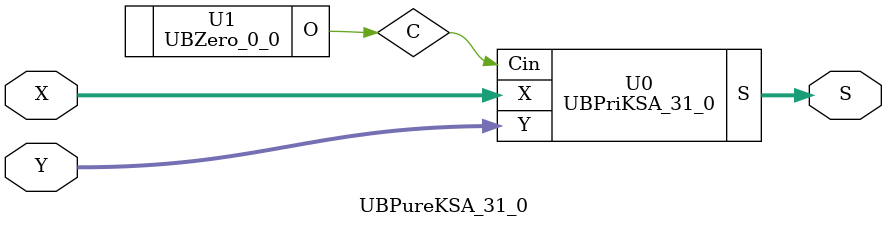
<source format=v>
/*----------------------------------------------------------------------------
  Copyright (c) 2021 Homma laboratory. All rights reserved.

  Top module: UBKSA_31_0_24_0

  Operand-1 length: 32
  Operand-2 length: 25
  Two-operand addition algorithm: Kogge-Stone adder
----------------------------------------------------------------------------*/

module UB1DCON_0(O, I);
  output O;
  input I;
  assign O = I;
endmodule

module UB1DCON_1(O, I);
  output O;
  input I;
  assign O = I;
endmodule

module UB1DCON_2(O, I);
  output O;
  input I;
  assign O = I;
endmodule

module UB1DCON_3(O, I);
  output O;
  input I;
  assign O = I;
endmodule

module UB1DCON_4(O, I);
  output O;
  input I;
  assign O = I;
endmodule

module UB1DCON_5(O, I);
  output O;
  input I;
  assign O = I;
endmodule

module UB1DCON_6(O, I);
  output O;
  input I;
  assign O = I;
endmodule

module UB1DCON_7(O, I);
  output O;
  input I;
  assign O = I;
endmodule

module UB1DCON_8(O, I);
  output O;
  input I;
  assign O = I;
endmodule

module UB1DCON_9(O, I);
  output O;
  input I;
  assign O = I;
endmodule

module UB1DCON_10(O, I);
  output O;
  input I;
  assign O = I;
endmodule

module UB1DCON_11(O, I);
  output O;
  input I;
  assign O = I;
endmodule

module UB1DCON_12(O, I);
  output O;
  input I;
  assign O = I;
endmodule

module UB1DCON_13(O, I);
  output O;
  input I;
  assign O = I;
endmodule

module UB1DCON_14(O, I);
  output O;
  input I;
  assign O = I;
endmodule

module UB1DCON_15(O, I);
  output O;
  input I;
  assign O = I;
endmodule

module UB1DCON_16(O, I);
  output O;
  input I;
  assign O = I;
endmodule

module UB1DCON_17(O, I);
  output O;
  input I;
  assign O = I;
endmodule

module UB1DCON_18(O, I);
  output O;
  input I;
  assign O = I;
endmodule

module UB1DCON_19(O, I);
  output O;
  input I;
  assign O = I;
endmodule

module UB1DCON_20(O, I);
  output O;
  input I;
  assign O = I;
endmodule

module UB1DCON_21(O, I);
  output O;
  input I;
  assign O = I;
endmodule

module UB1DCON_22(O, I);
  output O;
  input I;
  assign O = I;
endmodule

module UB1DCON_23(O, I);
  output O;
  input I;
  assign O = I;
endmodule

module UB1DCON_24(O, I);
  output O;
  input I;
  assign O = I;
endmodule

module UBZero_31_25(O);
  output [31:25] O;
  assign O[25] = 0;
  assign O[26] = 0;
  assign O[27] = 0;
  assign O[28] = 0;
  assign O[29] = 0;
  assign O[30] = 0;
  assign O[31] = 0;
endmodule

module GPGenerator(Go, Po, A, B);
  output Go;
  output Po;
  input A;
  input B;
  assign Go = A & B;
  assign Po = A ^ B;
endmodule

module CarryOperator(Go, Po, Gi1, Pi1, Gi2, Pi2);
  output Go;
  output Po;
  input Gi1;
  input Gi2;
  input Pi1;
  input Pi2;
  assign Go = Gi1 | ( Gi2 & Pi1 );
  assign Po = Pi1 & Pi2;
endmodule

module UBPriKSA_31_0(S, X, Y, Cin);
  output [32:0] S;
  input Cin;
  input [31:0] X;
  input [31:0] Y;
  wire [31:0] G0;
  wire [31:0] G1;
  wire [31:0] G2;
  wire [31:0] G3;
  wire [31:0] G4;
  wire [31:0] G5;
  wire [31:0] P0;
  wire [31:0] P1;
  wire [31:0] P2;
  wire [31:0] P3;
  wire [31:0] P4;
  wire [31:0] P5;
  assign P1[0] = P0[0];
  assign G1[0] = G0[0];
  assign P2[0] = P1[0];
  assign G2[0] = G1[0];
  assign P2[1] = P1[1];
  assign G2[1] = G1[1];
  assign P3[0] = P2[0];
  assign G3[0] = G2[0];
  assign P3[1] = P2[1];
  assign G3[1] = G2[1];
  assign P3[2] = P2[2];
  assign G3[2] = G2[2];
  assign P3[3] = P2[3];
  assign G3[3] = G2[3];
  assign P4[0] = P3[0];
  assign G4[0] = G3[0];
  assign P4[1] = P3[1];
  assign G4[1] = G3[1];
  assign P4[2] = P3[2];
  assign G4[2] = G3[2];
  assign P4[3] = P3[3];
  assign G4[3] = G3[3];
  assign P4[4] = P3[4];
  assign G4[4] = G3[4];
  assign P4[5] = P3[5];
  assign G4[5] = G3[5];
  assign P4[6] = P3[6];
  assign G4[6] = G3[6];
  assign P4[7] = P3[7];
  assign G4[7] = G3[7];
  assign P5[0] = P4[0];
  assign G5[0] = G4[0];
  assign P5[1] = P4[1];
  assign G5[1] = G4[1];
  assign P5[2] = P4[2];
  assign G5[2] = G4[2];
  assign P5[3] = P4[3];
  assign G5[3] = G4[3];
  assign P5[4] = P4[4];
  assign G5[4] = G4[4];
  assign P5[5] = P4[5];
  assign G5[5] = G4[5];
  assign P5[6] = P4[6];
  assign G5[6] = G4[6];
  assign P5[7] = P4[7];
  assign G5[7] = G4[7];
  assign P5[8] = P4[8];
  assign G5[8] = G4[8];
  assign P5[9] = P4[9];
  assign G5[9] = G4[9];
  assign P5[10] = P4[10];
  assign G5[10] = G4[10];
  assign P5[11] = P4[11];
  assign G5[11] = G4[11];
  assign P5[12] = P4[12];
  assign G5[12] = G4[12];
  assign P5[13] = P4[13];
  assign G5[13] = G4[13];
  assign P5[14] = P4[14];
  assign G5[14] = G4[14];
  assign P5[15] = P4[15];
  assign G5[15] = G4[15];
  assign S[0] = Cin ^ P0[0];
  assign S[1] = ( G5[0] | ( P5[0] & Cin ) ) ^ P0[1];
  assign S[2] = ( G5[1] | ( P5[1] & Cin ) ) ^ P0[2];
  assign S[3] = ( G5[2] | ( P5[2] & Cin ) ) ^ P0[3];
  assign S[4] = ( G5[3] | ( P5[3] & Cin ) ) ^ P0[4];
  assign S[5] = ( G5[4] | ( P5[4] & Cin ) ) ^ P0[5];
  assign S[6] = ( G5[5] | ( P5[5] & Cin ) ) ^ P0[6];
  assign S[7] = ( G5[6] | ( P5[6] & Cin ) ) ^ P0[7];
  assign S[8] = ( G5[7] | ( P5[7] & Cin ) ) ^ P0[8];
  assign S[9] = ( G5[8] | ( P5[8] & Cin ) ) ^ P0[9];
  assign S[10] = ( G5[9] | ( P5[9] & Cin ) ) ^ P0[10];
  assign S[11] = ( G5[10] | ( P5[10] & Cin ) ) ^ P0[11];
  assign S[12] = ( G5[11] | ( P5[11] & Cin ) ) ^ P0[12];
  assign S[13] = ( G5[12] | ( P5[12] & Cin ) ) ^ P0[13];
  assign S[14] = ( G5[13] | ( P5[13] & Cin ) ) ^ P0[14];
  assign S[15] = ( G5[14] | ( P5[14] & Cin ) ) ^ P0[15];
  assign S[16] = ( G5[15] | ( P5[15] & Cin ) ) ^ P0[16];
  assign S[17] = ( G5[16] | ( P5[16] & Cin ) ) ^ P0[17];
  assign S[18] = ( G5[17] | ( P5[17] & Cin ) ) ^ P0[18];
  assign S[19] = ( G5[18] | ( P5[18] & Cin ) ) ^ P0[19];
  assign S[20] = ( G5[19] | ( P5[19] & Cin ) ) ^ P0[20];
  assign S[21] = ( G5[20] | ( P5[20] & Cin ) ) ^ P0[21];
  assign S[22] = ( G5[21] | ( P5[21] & Cin ) ) ^ P0[22];
  assign S[23] = ( G5[22] | ( P5[22] & Cin ) ) ^ P0[23];
  assign S[24] = ( G5[23] | ( P5[23] & Cin ) ) ^ P0[24];
  assign S[25] = ( G5[24] | ( P5[24] & Cin ) ) ^ P0[25];
  assign S[26] = ( G5[25] | ( P5[25] & Cin ) ) ^ P0[26];
  assign S[27] = ( G5[26] | ( P5[26] & Cin ) ) ^ P0[27];
  assign S[28] = ( G5[27] | ( P5[27] & Cin ) ) ^ P0[28];
  assign S[29] = ( G5[28] | ( P5[28] & Cin ) ) ^ P0[29];
  assign S[30] = ( G5[29] | ( P5[29] & Cin ) ) ^ P0[30];
  assign S[31] = ( G5[30] | ( P5[30] & Cin ) ) ^ P0[31];
  assign S[32] = G5[31] | ( P5[31] & Cin );
  GPGenerator U0 (G0[0], P0[0], X[0], Y[0]);
  GPGenerator U1 (G0[1], P0[1], X[1], Y[1]);
  GPGenerator U2 (G0[2], P0[2], X[2], Y[2]);
  GPGenerator U3 (G0[3], P0[3], X[3], Y[3]);
  GPGenerator U4 (G0[4], P0[4], X[4], Y[4]);
  GPGenerator U5 (G0[5], P0[5], X[5], Y[5]);
  GPGenerator U6 (G0[6], P0[6], X[6], Y[6]);
  GPGenerator U7 (G0[7], P0[7], X[7], Y[7]);
  GPGenerator U8 (G0[8], P0[8], X[8], Y[8]);
  GPGenerator U9 (G0[9], P0[9], X[9], Y[9]);
  GPGenerator U10 (G0[10], P0[10], X[10], Y[10]);
  GPGenerator U11 (G0[11], P0[11], X[11], Y[11]);
  GPGenerator U12 (G0[12], P0[12], X[12], Y[12]);
  GPGenerator U13 (G0[13], P0[13], X[13], Y[13]);
  GPGenerator U14 (G0[14], P0[14], X[14], Y[14]);
  GPGenerator U15 (G0[15], P0[15], X[15], Y[15]);
  GPGenerator U16 (G0[16], P0[16], X[16], Y[16]);
  GPGenerator U17 (G0[17], P0[17], X[17], Y[17]);
  GPGenerator U18 (G0[18], P0[18], X[18], Y[18]);
  GPGenerator U19 (G0[19], P0[19], X[19], Y[19]);
  GPGenerator U20 (G0[20], P0[20], X[20], Y[20]);
  GPGenerator U21 (G0[21], P0[21], X[21], Y[21]);
  GPGenerator U22 (G0[22], P0[22], X[22], Y[22]);
  GPGenerator U23 (G0[23], P0[23], X[23], Y[23]);
  GPGenerator U24 (G0[24], P0[24], X[24], Y[24]);
  GPGenerator U25 (G0[25], P0[25], X[25], Y[25]);
  GPGenerator U26 (G0[26], P0[26], X[26], Y[26]);
  GPGenerator U27 (G0[27], P0[27], X[27], Y[27]);
  GPGenerator U28 (G0[28], P0[28], X[28], Y[28]);
  GPGenerator U29 (G0[29], P0[29], X[29], Y[29]);
  GPGenerator U30 (G0[30], P0[30], X[30], Y[30]);
  GPGenerator U31 (G0[31], P0[31], X[31], Y[31]);
  CarryOperator U32 (G1[1], P1[1], G0[1], P0[1], G0[0], P0[0]);
  CarryOperator U33 (G1[2], P1[2], G0[2], P0[2], G0[1], P0[1]);
  CarryOperator U34 (G1[3], P1[3], G0[3], P0[3], G0[2], P0[2]);
  CarryOperator U35 (G1[4], P1[4], G0[4], P0[4], G0[3], P0[3]);
  CarryOperator U36 (G1[5], P1[5], G0[5], P0[5], G0[4], P0[4]);
  CarryOperator U37 (G1[6], P1[6], G0[6], P0[6], G0[5], P0[5]);
  CarryOperator U38 (G1[7], P1[7], G0[7], P0[7], G0[6], P0[6]);
  CarryOperator U39 (G1[8], P1[8], G0[8], P0[8], G0[7], P0[7]);
  CarryOperator U40 (G1[9], P1[9], G0[9], P0[9], G0[8], P0[8]);
  CarryOperator U41 (G1[10], P1[10], G0[10], P0[10], G0[9], P0[9]);
  CarryOperator U42 (G1[11], P1[11], G0[11], P0[11], G0[10], P0[10]);
  CarryOperator U43 (G1[12], P1[12], G0[12], P0[12], G0[11], P0[11]);
  CarryOperator U44 (G1[13], P1[13], G0[13], P0[13], G0[12], P0[12]);
  CarryOperator U45 (G1[14], P1[14], G0[14], P0[14], G0[13], P0[13]);
  CarryOperator U46 (G1[15], P1[15], G0[15], P0[15], G0[14], P0[14]);
  CarryOperator U47 (G1[16], P1[16], G0[16], P0[16], G0[15], P0[15]);
  CarryOperator U48 (G1[17], P1[17], G0[17], P0[17], G0[16], P0[16]);
  CarryOperator U49 (G1[18], P1[18], G0[18], P0[18], G0[17], P0[17]);
  CarryOperator U50 (G1[19], P1[19], G0[19], P0[19], G0[18], P0[18]);
  CarryOperator U51 (G1[20], P1[20], G0[20], P0[20], G0[19], P0[19]);
  CarryOperator U52 (G1[21], P1[21], G0[21], P0[21], G0[20], P0[20]);
  CarryOperator U53 (G1[22], P1[22], G0[22], P0[22], G0[21], P0[21]);
  CarryOperator U54 (G1[23], P1[23], G0[23], P0[23], G0[22], P0[22]);
  CarryOperator U55 (G1[24], P1[24], G0[24], P0[24], G0[23], P0[23]);
  CarryOperator U56 (G1[25], P1[25], G0[25], P0[25], G0[24], P0[24]);
  CarryOperator U57 (G1[26], P1[26], G0[26], P0[26], G0[25], P0[25]);
  CarryOperator U58 (G1[27], P1[27], G0[27], P0[27], G0[26], P0[26]);
  CarryOperator U59 (G1[28], P1[28], G0[28], P0[28], G0[27], P0[27]);
  CarryOperator U60 (G1[29], P1[29], G0[29], P0[29], G0[28], P0[28]);
  CarryOperator U61 (G1[30], P1[30], G0[30], P0[30], G0[29], P0[29]);
  CarryOperator U62 (G1[31], P1[31], G0[31], P0[31], G0[30], P0[30]);
  CarryOperator U63 (G2[2], P2[2], G1[2], P1[2], G1[0], P1[0]);
  CarryOperator U64 (G2[3], P2[3], G1[3], P1[3], G1[1], P1[1]);
  CarryOperator U65 (G2[4], P2[4], G1[4], P1[4], G1[2], P1[2]);
  CarryOperator U66 (G2[5], P2[5], G1[5], P1[5], G1[3], P1[3]);
  CarryOperator U67 (G2[6], P2[6], G1[6], P1[6], G1[4], P1[4]);
  CarryOperator U68 (G2[7], P2[7], G1[7], P1[7], G1[5], P1[5]);
  CarryOperator U69 (G2[8], P2[8], G1[8], P1[8], G1[6], P1[6]);
  CarryOperator U70 (G2[9], P2[9], G1[9], P1[9], G1[7], P1[7]);
  CarryOperator U71 (G2[10], P2[10], G1[10], P1[10], G1[8], P1[8]);
  CarryOperator U72 (G2[11], P2[11], G1[11], P1[11], G1[9], P1[9]);
  CarryOperator U73 (G2[12], P2[12], G1[12], P1[12], G1[10], P1[10]);
  CarryOperator U74 (G2[13], P2[13], G1[13], P1[13], G1[11], P1[11]);
  CarryOperator U75 (G2[14], P2[14], G1[14], P1[14], G1[12], P1[12]);
  CarryOperator U76 (G2[15], P2[15], G1[15], P1[15], G1[13], P1[13]);
  CarryOperator U77 (G2[16], P2[16], G1[16], P1[16], G1[14], P1[14]);
  CarryOperator U78 (G2[17], P2[17], G1[17], P1[17], G1[15], P1[15]);
  CarryOperator U79 (G2[18], P2[18], G1[18], P1[18], G1[16], P1[16]);
  CarryOperator U80 (G2[19], P2[19], G1[19], P1[19], G1[17], P1[17]);
  CarryOperator U81 (G2[20], P2[20], G1[20], P1[20], G1[18], P1[18]);
  CarryOperator U82 (G2[21], P2[21], G1[21], P1[21], G1[19], P1[19]);
  CarryOperator U83 (G2[22], P2[22], G1[22], P1[22], G1[20], P1[20]);
  CarryOperator U84 (G2[23], P2[23], G1[23], P1[23], G1[21], P1[21]);
  CarryOperator U85 (G2[24], P2[24], G1[24], P1[24], G1[22], P1[22]);
  CarryOperator U86 (G2[25], P2[25], G1[25], P1[25], G1[23], P1[23]);
  CarryOperator U87 (G2[26], P2[26], G1[26], P1[26], G1[24], P1[24]);
  CarryOperator U88 (G2[27], P2[27], G1[27], P1[27], G1[25], P1[25]);
  CarryOperator U89 (G2[28], P2[28], G1[28], P1[28], G1[26], P1[26]);
  CarryOperator U90 (G2[29], P2[29], G1[29], P1[29], G1[27], P1[27]);
  CarryOperator U91 (G2[30], P2[30], G1[30], P1[30], G1[28], P1[28]);
  CarryOperator U92 (G2[31], P2[31], G1[31], P1[31], G1[29], P1[29]);
  CarryOperator U93 (G3[4], P3[4], G2[4], P2[4], G2[0], P2[0]);
  CarryOperator U94 (G3[5], P3[5], G2[5], P2[5], G2[1], P2[1]);
  CarryOperator U95 (G3[6], P3[6], G2[6], P2[6], G2[2], P2[2]);
  CarryOperator U96 (G3[7], P3[7], G2[7], P2[7], G2[3], P2[3]);
  CarryOperator U97 (G3[8], P3[8], G2[8], P2[8], G2[4], P2[4]);
  CarryOperator U98 (G3[9], P3[9], G2[9], P2[9], G2[5], P2[5]);
  CarryOperator U99 (G3[10], P3[10], G2[10], P2[10], G2[6], P2[6]);
  CarryOperator U100 (G3[11], P3[11], G2[11], P2[11], G2[7], P2[7]);
  CarryOperator U101 (G3[12], P3[12], G2[12], P2[12], G2[8], P2[8]);
  CarryOperator U102 (G3[13], P3[13], G2[13], P2[13], G2[9], P2[9]);
  CarryOperator U103 (G3[14], P3[14], G2[14], P2[14], G2[10], P2[10]);
  CarryOperator U104 (G3[15], P3[15], G2[15], P2[15], G2[11], P2[11]);
  CarryOperator U105 (G3[16], P3[16], G2[16], P2[16], G2[12], P2[12]);
  CarryOperator U106 (G3[17], P3[17], G2[17], P2[17], G2[13], P2[13]);
  CarryOperator U107 (G3[18], P3[18], G2[18], P2[18], G2[14], P2[14]);
  CarryOperator U108 (G3[19], P3[19], G2[19], P2[19], G2[15], P2[15]);
  CarryOperator U109 (G3[20], P3[20], G2[20], P2[20], G2[16], P2[16]);
  CarryOperator U110 (G3[21], P3[21], G2[21], P2[21], G2[17], P2[17]);
  CarryOperator U111 (G3[22], P3[22], G2[22], P2[22], G2[18], P2[18]);
  CarryOperator U112 (G3[23], P3[23], G2[23], P2[23], G2[19], P2[19]);
  CarryOperator U113 (G3[24], P3[24], G2[24], P2[24], G2[20], P2[20]);
  CarryOperator U114 (G3[25], P3[25], G2[25], P2[25], G2[21], P2[21]);
  CarryOperator U115 (G3[26], P3[26], G2[26], P2[26], G2[22], P2[22]);
  CarryOperator U116 (G3[27], P3[27], G2[27], P2[27], G2[23], P2[23]);
  CarryOperator U117 (G3[28], P3[28], G2[28], P2[28], G2[24], P2[24]);
  CarryOperator U118 (G3[29], P3[29], G2[29], P2[29], G2[25], P2[25]);
  CarryOperator U119 (G3[30], P3[30], G2[30], P2[30], G2[26], P2[26]);
  CarryOperator U120 (G3[31], P3[31], G2[31], P2[31], G2[27], P2[27]);
  CarryOperator U121 (G4[8], P4[8], G3[8], P3[8], G3[0], P3[0]);
  CarryOperator U122 (G4[9], P4[9], G3[9], P3[9], G3[1], P3[1]);
  CarryOperator U123 (G4[10], P4[10], G3[10], P3[10], G3[2], P3[2]);
  CarryOperator U124 (G4[11], P4[11], G3[11], P3[11], G3[3], P3[3]);
  CarryOperator U125 (G4[12], P4[12], G3[12], P3[12], G3[4], P3[4]);
  CarryOperator U126 (G4[13], P4[13], G3[13], P3[13], G3[5], P3[5]);
  CarryOperator U127 (G4[14], P4[14], G3[14], P3[14], G3[6], P3[6]);
  CarryOperator U128 (G4[15], P4[15], G3[15], P3[15], G3[7], P3[7]);
  CarryOperator U129 (G4[16], P4[16], G3[16], P3[16], G3[8], P3[8]);
  CarryOperator U130 (G4[17], P4[17], G3[17], P3[17], G3[9], P3[9]);
  CarryOperator U131 (G4[18], P4[18], G3[18], P3[18], G3[10], P3[10]);
  CarryOperator U132 (G4[19], P4[19], G3[19], P3[19], G3[11], P3[11]);
  CarryOperator U133 (G4[20], P4[20], G3[20], P3[20], G3[12], P3[12]);
  CarryOperator U134 (G4[21], P4[21], G3[21], P3[21], G3[13], P3[13]);
  CarryOperator U135 (G4[22], P4[22], G3[22], P3[22], G3[14], P3[14]);
  CarryOperator U136 (G4[23], P4[23], G3[23], P3[23], G3[15], P3[15]);
  CarryOperator U137 (G4[24], P4[24], G3[24], P3[24], G3[16], P3[16]);
  CarryOperator U138 (G4[25], P4[25], G3[25], P3[25], G3[17], P3[17]);
  CarryOperator U139 (G4[26], P4[26], G3[26], P3[26], G3[18], P3[18]);
  CarryOperator U140 (G4[27], P4[27], G3[27], P3[27], G3[19], P3[19]);
  CarryOperator U141 (G4[28], P4[28], G3[28], P3[28], G3[20], P3[20]);
  CarryOperator U142 (G4[29], P4[29], G3[29], P3[29], G3[21], P3[21]);
  CarryOperator U143 (G4[30], P4[30], G3[30], P3[30], G3[22], P3[22]);
  CarryOperator U144 (G4[31], P4[31], G3[31], P3[31], G3[23], P3[23]);
  CarryOperator U145 (G5[16], P5[16], G4[16], P4[16], G4[0], P4[0]);
  CarryOperator U146 (G5[17], P5[17], G4[17], P4[17], G4[1], P4[1]);
  CarryOperator U147 (G5[18], P5[18], G4[18], P4[18], G4[2], P4[2]);
  CarryOperator U148 (G5[19], P5[19], G4[19], P4[19], G4[3], P4[3]);
  CarryOperator U149 (G5[20], P5[20], G4[20], P4[20], G4[4], P4[4]);
  CarryOperator U150 (G5[21], P5[21], G4[21], P4[21], G4[5], P4[5]);
  CarryOperator U151 (G5[22], P5[22], G4[22], P4[22], G4[6], P4[6]);
  CarryOperator U152 (G5[23], P5[23], G4[23], P4[23], G4[7], P4[7]);
  CarryOperator U153 (G5[24], P5[24], G4[24], P4[24], G4[8], P4[8]);
  CarryOperator U154 (G5[25], P5[25], G4[25], P4[25], G4[9], P4[9]);
  CarryOperator U155 (G5[26], P5[26], G4[26], P4[26], G4[10], P4[10]);
  CarryOperator U156 (G5[27], P5[27], G4[27], P4[27], G4[11], P4[11]);
  CarryOperator U157 (G5[28], P5[28], G4[28], P4[28], G4[12], P4[12]);
  CarryOperator U158 (G5[29], P5[29], G4[29], P4[29], G4[13], P4[13]);
  CarryOperator U159 (G5[30], P5[30], G4[30], P4[30], G4[14], P4[14]);
  CarryOperator U160 (G5[31], P5[31], G4[31], P4[31], G4[15], P4[15]);
endmodule

module UBZero_0_0(O);
  output [0:0] O;
  assign O[0] = 0;
endmodule

module UBCON_24_0 (O, I);
  output [24:0] O;
  input [24:0] I;
  UB1DCON_0 U0 (O[0], I[0]);
  UB1DCON_1 U1 (O[1], I[1]);
  UB1DCON_2 U2 (O[2], I[2]);
  UB1DCON_3 U3 (O[3], I[3]);
  UB1DCON_4 U4 (O[4], I[4]);
  UB1DCON_5 U5 (O[5], I[5]);
  UB1DCON_6 U6 (O[6], I[6]);
  UB1DCON_7 U7 (O[7], I[7]);
  UB1DCON_8 U8 (O[8], I[8]);
  UB1DCON_9 U9 (O[9], I[9]);
  UB1DCON_10 U10 (O[10], I[10]);
  UB1DCON_11 U11 (O[11], I[11]);
  UB1DCON_12 U12 (O[12], I[12]);
  UB1DCON_13 U13 (O[13], I[13]);
  UB1DCON_14 U14 (O[14], I[14]);
  UB1DCON_15 U15 (O[15], I[15]);
  UB1DCON_16 U16 (O[16], I[16]);
  UB1DCON_17 U17 (O[17], I[17]);
  UB1DCON_18 U18 (O[18], I[18]);
  UB1DCON_19 U19 (O[19], I[19]);
  UB1DCON_20 U20 (O[20], I[20]);
  UB1DCON_21 U21 (O[21], I[21]);
  UB1DCON_22 U22 (O[22], I[22]);
  UB1DCON_23 U23 (O[23], I[23]);
  UB1DCON_24 U24 (O[24], I[24]);
endmodule

module UBExtender_24_0_3000 (O, I);
  output [31:0] O;
  input [24:0] I;
  UBCON_24_0 U0 (O[24:0], I[24:0]);
  UBZero_31_25 U1 (O[31:25]);
endmodule

module UBKSA_31_0_24_0 (S, X, Y);
  output [32:0] S;
  input [31:0] X;
  input [24:0] Y;
  wire [31:0] Z;
  UBExtender_24_0_3000 U0 (Z[31:0], Y[24:0]);
  UBPureKSA_31_0 U1 (S[32:0], X[31:0], Z[31:0]);
endmodule

module UBPureKSA_31_0 (S, X, Y);
  output [32:0] S;
  input [31:0] X;
  input [31:0] Y;
  wire C;
  UBPriKSA_31_0 U0 (S, X, Y, C);
  UBZero_0_0 U1 (C);
endmodule


</source>
